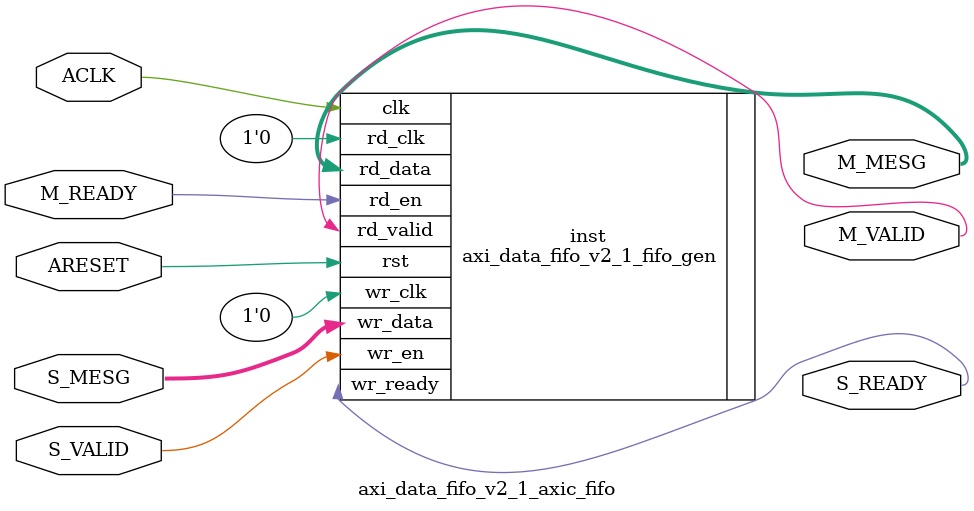
<source format=v>
`timescale 1ps/1ps


(* DowngradeIPIdentifiedWarnings="yes" *) 
module axi_data_fifo_v2_1_axic_fifo #
  (
   parameter         C_FAMILY          = "virtex6",
   parameter integer C_FIFO_DEPTH_LOG  = 5,      // FIFO depth = 2**C_FIFO_DEPTH_LOG
                                                 // Range = [5:9] when TYPE="lut",
                                                 // Range = [5:12] when TYPE="bram",
   parameter integer C_FIFO_WIDTH      = 64,     // Width of payload [1:512]
   parameter         C_FIFO_TYPE       = "lut"   // "lut" = LUT (SRL) based,
                                                 // "bram" = BRAM based
   )
  (
   // Global inputs
   input  wire                        ACLK,    // Clock
   input  wire                        ARESET,  // Reset
   // Slave  Port
   input  wire [C_FIFO_WIDTH-1:0]     S_MESG,  // Payload (may be any set of channel signals)
   input  wire                        S_VALID, // FIFO push
   output wire                        S_READY, // FIFO not full
   // Master  Port
   output wire [C_FIFO_WIDTH-1:0]     M_MESG,  // Payload
   output wire                        M_VALID, // FIFO not empty
   input  wire                        M_READY  // FIFO pop
   );

   axi_data_fifo_v2_1_fifo_gen #(
     .C_FAMILY(C_FAMILY),
     .C_COMMON_CLOCK(1),
     .C_FIFO_DEPTH_LOG(C_FIFO_DEPTH_LOG),
     .C_FIFO_WIDTH(C_FIFO_WIDTH),
     .C_FIFO_TYPE(C_FIFO_TYPE))
   inst (
     .clk(ACLK),
     .rst(ARESET),
     .wr_clk(1'b0),
     .wr_en(S_VALID),
     .wr_ready(S_READY),
     .wr_data(S_MESG),
     .rd_clk(1'b0),
     .rd_en(M_READY),
     .rd_valid(M_VALID),
     .rd_data(M_MESG));

endmodule

</source>
